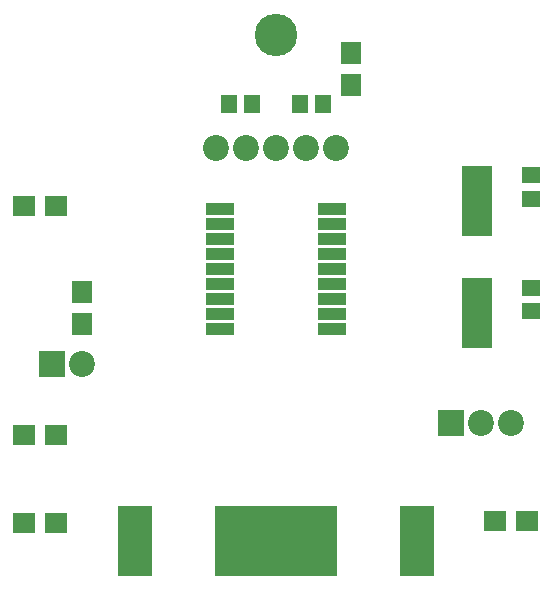
<source format=gbs>
G04 #@! TF.FileFunction,Soldermask,Bot*
%FSLAX46Y46*%
G04 Gerber Fmt 4.6, Leading zero omitted, Abs format (unit mm)*
G04 Created by KiCad (PCBNEW 4.0.7) date Thursday, May 03, 2018 'AMt' 10:41:57 AM*
%MOMM*%
%LPD*%
G01*
G04 APERTURE LIST*
%ADD10C,0.100000*%
%ADD11R,3.000000X5.960000*%
%ADD12R,10.400000X5.960000*%
%ADD13R,1.400000X1.650000*%
%ADD14R,1.650000X1.400000*%
%ADD15R,2.200000X2.200000*%
%ADD16C,2.200000*%
%ADD17R,1.700000X1.900000*%
%ADD18R,1.900000X1.700000*%
%ADD19R,2.400000X1.000000*%
%ADD20R,2.500000X6.000000*%
%ADD21C,3.600000*%
G04 APERTURE END LIST*
D10*
D11*
X88095000Y-115000000D03*
D12*
X100000000Y-115000000D03*
D11*
X111905000Y-115000000D03*
D13*
X96000000Y-78000000D03*
X98000000Y-78000000D03*
X102000000Y-78000000D03*
X104000000Y-78000000D03*
D14*
X121610000Y-95570000D03*
X121610000Y-93570000D03*
X121610000Y-86060000D03*
X121610000Y-84060000D03*
D15*
X81000000Y-100000000D03*
D16*
X83540000Y-100000000D03*
D17*
X106350000Y-73700000D03*
X106350000Y-76400000D03*
D18*
X78700000Y-113500000D03*
X81400000Y-113500000D03*
X78700000Y-86640000D03*
X81400000Y-86640000D03*
X121260000Y-113320000D03*
X118560000Y-113320000D03*
X78700000Y-106030000D03*
X81400000Y-106030000D03*
D17*
X83610000Y-93910000D03*
X83610000Y-96610000D03*
D19*
X95300000Y-97080000D03*
X95300000Y-95810000D03*
X95300000Y-94540000D03*
X95300000Y-93270000D03*
X95300000Y-92000000D03*
X95300000Y-90730000D03*
X95300000Y-89460000D03*
X95300000Y-88190000D03*
X95300000Y-86920000D03*
X104700000Y-86920000D03*
X104700000Y-88190000D03*
X104700000Y-89460000D03*
X104700000Y-90730000D03*
X104700000Y-92000000D03*
X104700000Y-93270000D03*
X104700000Y-94540000D03*
X104700000Y-95810000D03*
X104700000Y-97080000D03*
D20*
X117000000Y-95750000D03*
X117000000Y-86250000D03*
D21*
X100000000Y-72200000D03*
D15*
X114800000Y-105000000D03*
D16*
X117340000Y-105000000D03*
X119880000Y-105000000D03*
X94930000Y-81740000D03*
X97470000Y-81740000D03*
X100010000Y-81740000D03*
X102550000Y-81740000D03*
X105090000Y-81740000D03*
M02*

</source>
